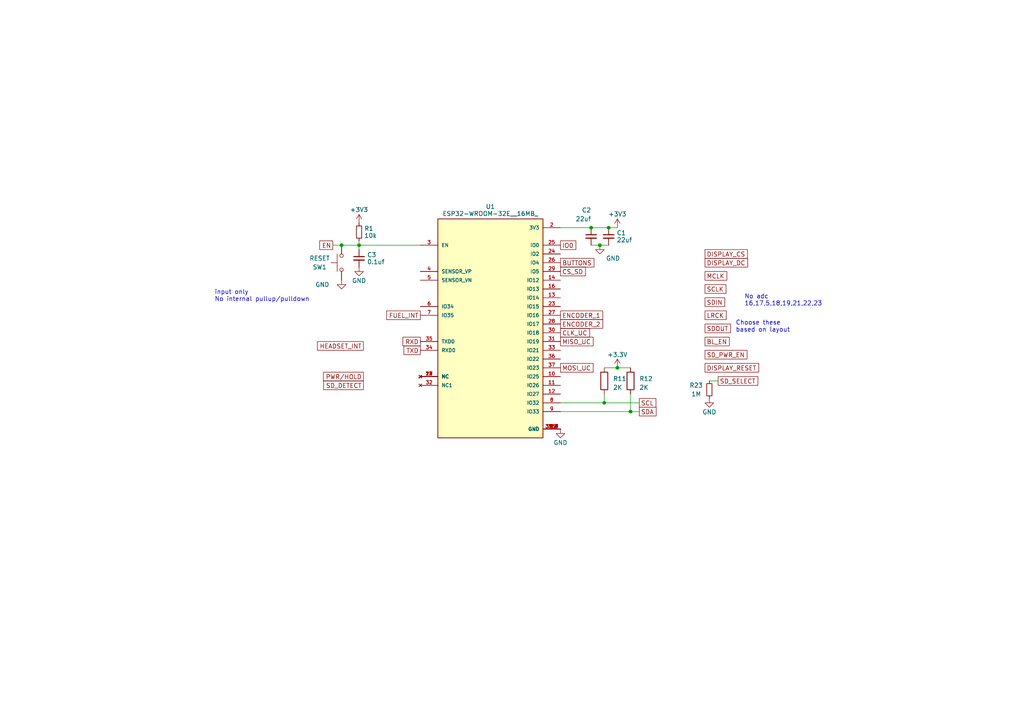
<source format=kicad_sch>
(kicad_sch (version 20230121) (generator eeschema)
  (paper "A4")
  (lib_symbols
    (symbol "Device:C_Small" (pin_numbers hide) (pin_names (offset 0.254) hide)
      (property "Reference" "C" (at 0.254 1.778 0))
      (property "Value" "C_Small" (at 0.254 -2.032 0))
      (symbol "C_Small_0_1"
        (polyline (pts (xy -1.524 -0.508) (xy 1.524 -0.508)) (stroke (width 0.3302)))
        (polyline (pts (xy -1.524 0.508) (xy 1.524 0.508)) (stroke (width 0.3048)))
      )
      (symbol "C_Small_1_1"
        (pin passive line (at 0 2.54 270) (length 2.032) (name "~") (number "1"))
        (pin passive line (at 0 -2.54 90) (length 2.032) (name "~") (number "2"))
      )
    )
    (symbol "Device:R" (pin_numbers hide) (pin_names (offset 0))
      (property "Reference" "R" (at 2.032 0 90))
      (property "Value" "R" (at 0 0 90))
      (symbol "R_0_1"
        (rectangle (start -1.016 -2.54) (end 1.016 2.54) (stroke (width 0.254)))
      )
      (symbol "R_1_1"
        (pin passive line (at 0 3.81 270) (length 1.27) (name "~") (number "1"))
        (pin passive line (at 0 -3.81 90) (length 1.27) (name "~") (number "2"))
      )
    )
    (symbol "Device:R_Small" (pin_numbers hide) (pin_names (offset 0.254) hide)
      (property "Reference" "R" (at 0.762 0.508 0))
      (property "Value" "R_Small" (at 0.762 -1.016 0))
      (symbol "R_Small_0_1"
        (rectangle (start -0.762 1.778) (end 0.762 -1.778) (stroke (width 0.2032)))
      )
      (symbol "R_Small_1_1"
        (pin passive line (at 0 2.54 270) (length 0.762) (name "~") (number "1"))
        (pin passive line (at 0 -2.54 90) (length 0.762) (name "~") (number "2"))
      )
    )
    (symbol "ESP32-WROOM-32E:ESP32-WROOM-32E__16MB_" (pin_names (offset 1.016))
      (property "Reference" "U" (at -15.24 33.909 0))
      (property "Value" "ESP32-WROOM-32E__16MB_" (at -15.24 -33.02 0))
      (symbol "ESP32-WROOM-32E__16MB__0_0"
        (rectangle (start -15.24 -30.48) (end 15.24 33.02) (stroke (width 0.254)) (fill (type background)))
        (pin power_in line (at 20.32 -27.94 180) (length 5.08) (name "GND") (number "1"))
        (pin bidirectional line (at 20.32 -12.7 180) (length 5.08) (name "IO25") (number "10"))
        (pin bidirectional line (at 20.32 -15.24 180) (length 5.08) (name "IO26") (number "11"))
        (pin bidirectional line (at 20.32 -17.78 180) (length 5.08) (name "IO27") (number "12"))
        (pin bidirectional line (at 20.32 10.16 180) (length 5.08) (name "IO14") (number "13"))
        (pin bidirectional line (at 20.32 15.24 180) (length 5.08) (name "IO12") (number "14"))
        (pin power_in line (at 20.32 -27.94 180) (length 5.08) (name "GND") (number "15"))
        (pin bidirectional line (at 20.32 12.7 180) (length 5.08) (name "IO13") (number "16"))
        (pin no_connect line (at -20.32 -12.7 0) (length 5.08) (name "NC") (number "17"))
        (pin no_connect line (at -20.32 -12.7 0) (length 5.08) (name "NC") (number "18"))
        (pin no_connect line (at -20.32 -12.7 0) (length 5.08) (name "NC") (number "19"))
        (pin power_in line (at 20.32 30.48 180) (length 5.08) (name "3V3") (number "2"))
        (pin no_connect line (at -20.32 -12.7 0) (length 5.08) (name "NC") (number "20"))
        (pin no_connect line (at -20.32 -12.7 0) (length 5.08) (name "NC") (number "21"))
        (pin no_connect line (at -20.32 -12.7 0) (length 5.08) (name "NC") (number "22"))
        (pin bidirectional line (at 20.32 7.62 180) (length 5.08) (name "IO15") (number "23"))
        (pin bidirectional line (at 20.32 22.86 180) (length 5.08) (name "IO2") (number "24"))
        (pin bidirectional line (at 20.32 25.4 180) (length 5.08) (name "IO0") (number "25"))
        (pin bidirectional line (at 20.32 20.32 180) (length 5.08) (name "IO4") (number "26"))
        (pin bidirectional line (at 20.32 5.08 180) (length 5.08) (name "IO16") (number "27"))
        (pin bidirectional line (at 20.32 2.54 180) (length 5.08) (name "IO17") (number "28"))
        (pin bidirectional line (at 20.32 17.78 180) (length 5.08) (name "IO5") (number "29"))
        (pin input line (at -20.32 25.4 0) (length 5.08) (name "EN") (number "3"))
        (pin bidirectional line (at 20.32 0 180) (length 5.08) (name "IO18") (number "30"))
        (pin bidirectional line (at 20.32 -2.54 180) (length 5.08) (name "IO19") (number "31"))
        (pin no_connect line (at -20.32 -15.24 0) (length 5.08) (name "NC1") (number "32"))
        (pin bidirectional line (at 20.32 -5.08 180) (length 5.08) (name "IO21") (number "33"))
        (pin bidirectional line (at -20.32 -5.08 0) (length 5.08) (name "RXD0") (number "34"))
        (pin bidirectional line (at -20.32 -2.54 0) (length 5.08) (name "TXD0") (number "35"))
        (pin bidirectional line (at 20.32 -7.62 180) (length 5.08) (name "IO22") (number "36"))
        (pin bidirectional line (at 20.32 -10.16 180) (length 5.08) (name "IO23") (number "37"))
        (pin power_in line (at 20.32 -27.94 180) (length 5.08) (name "GND") (number "38"))
        (pin power_in line (at 20.32 -27.94 180) (length 5.08) (name "GND") (number "39_1"))
        (pin power_in line (at 20.32 -27.94 180) (length 5.08) (name "GND") (number "39_2"))
        (pin power_in line (at 20.32 -27.94 180) (length 5.08) (name "GND") (number "39_3"))
        (pin power_in line (at 20.32 -27.94 180) (length 5.08) (name "GND") (number "39_4"))
        (pin power_in line (at 20.32 -27.94 180) (length 5.08) (name "GND") (number "39_5"))
        (pin power_in line (at 20.32 -27.94 180) (length 5.08) (name "GND") (number "39_6"))
        (pin power_in line (at 20.32 -27.94 180) (length 5.08) (name "GND") (number "39_7"))
        (pin power_in line (at 20.32 -27.94 180) (length 5.08) (name "GND") (number "39_8"))
        (pin power_in line (at 20.32 -27.94 180) (length 5.08) (name "GND") (number "39_9"))
        (pin input line (at -20.32 17.78 0) (length 5.08) (name "SENSOR_VP") (number "4"))
        (pin input line (at -20.32 15.24 0) (length 5.08) (name "SENSOR_VN") (number "5"))
        (pin input line (at -20.32 7.62 0) (length 5.08) (name "IO34") (number "6"))
        (pin input line (at -20.32 5.08 0) (length 5.08) (name "IO35") (number "7"))
        (pin bidirectional line (at 20.32 -20.32 180) (length 5.08) (name "IO32") (number "8"))
        (pin bidirectional line (at 20.32 -22.86 180) (length 5.08) (name "IO33") (number "9"))
      )
    )
    (symbol "Switch:SW_Push" (pin_numbers hide) (pin_names (offset 1.016) hide)
      (property "Reference" "SW" (at 1.27 2.54 0))
      (property "Value" "SW_Push" (at 0 -1.524 0))
      (symbol "SW_Push_0_1"
        (circle (center -2.032 0) (radius 0.508))
        (polyline (pts (xy 0 1.27) (xy 0 3.048)))
        (polyline (pts (xy 2.54 1.27) (xy -2.54 1.27)))
        (circle (center 2.032 0) (radius 0.508))
        (pin passive line (at -5.08 0 0) (length 2.54) (name "1") (number "1"))
        (pin passive line (at 5.08 0 180) (length 2.54) (name "2") (number "2"))
      )
    )
    (symbol "power:+3.3V" (power) (pin_names (offset 0))
      (property "Value" "+3.3V" (at 0 3.556 0))
      (symbol "+3.3V_0_1"
        (polyline (pts (xy -0.762 1.27) (xy 0 2.54)))
        (polyline (pts (xy 0 0) (xy 0 2.54)))
        (polyline (pts (xy 0 2.54) (xy 0.762 1.27)))
      )
      (symbol "+3.3V_1_1"
        (pin power_in line (at 0 0 90) (length 0) hide (name "+3.3V") (number "1"))
      )
    )
    (symbol "power:+3V3" (power) (pin_names (offset 0))
      (property "Value" "+3V3" (at 0 3.556 0))
      (symbol "+3V3_0_1"
        (polyline (pts (xy -0.762 1.27) (xy 0 2.54)))
        (polyline (pts (xy 0 0) (xy 0 2.54)))
        (polyline (pts (xy 0 2.54) (xy 0.762 1.27)))
      )
      (symbol "+3V3_1_1"
        (pin power_in line (at 0 0 90) (length 0) hide (name "+3V3") (number "1"))
      )
    )
    (symbol "power:GND" (power) (pin_names (offset 0))
      (property "Value" "GND" (at 0 -3.81 0))
      (symbol "GND_0_1"
        (polyline (pts (xy 0 0) (xy 0 -1.27) (xy 1.27 -1.27) (xy 0 -2.54) (xy -1.27 -1.27) (xy 0 -1.27)))
      )
      (symbol "GND_1_1"
        (pin power_in line (at 0 0 270) (length 0) hide (name "GND") (number "1"))
      )
    )
  )
  (junction (at 171.45 66.04))
  (junction (at 175.26 116.84))
  (junction (at 173.99 71.12))
  (junction (at 104.14 71.12))
  (junction (at 179.07 106.68))
  (junction (at 176.53 66.04))
  (junction (at 99.06 71.12))
  (junction (at 182.88 119.38))
  (wire (pts (xy 162.56 66.04) (xy 171.45 66.04)))
  (wire (pts (xy 99.06 71.12) (xy 104.14 71.12)))
  (wire (pts (xy 104.14 71.12) (xy 104.14 72.39)))
  (wire (pts (xy 173.99 71.12) (xy 176.53 71.12)))
  (wire (pts (xy 205.74 110.49) (xy 208.28 110.49)))
  (wire (pts (xy 182.88 119.38) (xy 185.42 119.38)))
  (wire (pts (xy 96.52 71.12) (xy 99.06 71.12)))
  (wire (pts (xy 182.88 114.3) (xy 182.88 119.38)))
  (wire (pts (xy 104.14 69.85) (xy 104.14 71.12)))
  (wire (pts (xy 162.56 119.38) (xy 182.88 119.38)))
  (wire (pts (xy 176.53 66.04) (xy 179.07 66.04)))
  (wire (pts (xy 175.26 114.3) (xy 175.26 116.84)))
  (wire (pts (xy 162.56 116.84) (xy 175.26 116.84)))
  (wire (pts (xy 171.45 71.12) (xy 173.99 71.12)))
  (wire (pts (xy 171.45 66.04) (xy 176.53 66.04)))
  (wire (pts (xy 175.26 106.68) (xy 179.07 106.68)))
  (wire (pts (xy 175.26 116.84) (xy 185.42 116.84)))
  (wire (pts (xy 104.14 71.12) (xy 121.92 71.12)))
  (wire (pts (xy 179.07 106.68) (xy 182.88 106.68)))
  (text "Choose these\nbased on layout" (at 213.36 96.52 0) (effects (font (size 1.27 1.27)) (justify left bottom)))
  (text "No adc\n16,17,5,18,19,21,22,23\n" (at 215.9 88.9 0) (effects (font (size 1.27 1.27)) (justify left bottom)))
  (text "input only\nNo internal pullup/pulldown\n" (at 62.23 87.63 0) (effects (font (size 1.27 1.27)) (justify left bottom)))
  (global_label "TXD" (shape passive) (at 121.92 101.6 180) (property "Intersheetrefs" "${INTERSHEET_REFS}" (effects hide)))
  (global_label "PWR{slash}HOLD" (shape passive) (at 105.41 109.22 180) (property "Intersheetrefs" "${INTERSHEET_REFS}" (effects hide)))
  (global_label "EN" (shape passive) (at 96.52 71.12 180) (property "Intersheetrefs" "${INTERSHEET_REFS}" (effects hide)))
  (global_label "DISPLAY_CS" (shape passive) (at 204.47 73.66 0) (property "Intersheetrefs" "${INTERSHEET_REFS}" (effects hide)))
  (global_label "FUEL_INT" (shape passive) (at 121.92 91.44 180) (property "Intersheetrefs" "${INTERSHEET_REFS}" (effects hide)))
  (global_label "SD_DETECT" (shape passive) (at 105.41 111.76 180) (property "Intersheetrefs" "${INTERSHEET_REFS}" (effects hide)))
  (global_label "CS_SD" (shape passive) (at 162.56 78.74 0) (property "Intersheetrefs" "${INTERSHEET_REFS}" (effects hide)))
  (global_label "BL_EN" (shape passive) (at 204.47 99.06 0) (property "Intersheetrefs" "${INTERSHEET_REFS}" (effects hide)))
  (global_label "ENCODER_1" (shape passive) (at 162.56 91.44 0) (property "Intersheetrefs" "${INTERSHEET_REFS}" (effects hide)))
  (global_label "SDIN" (shape passive) (at 204.47 87.63 0) (property "Intersheetrefs" "${INTERSHEET_REFS}" (effects hide)))
  (global_label "DISPLAY_RESET" (shape passive) (at 204.47 106.68 0) (property "Intersheetrefs" "${INTERSHEET_REFS}" (effects hide)))
  (global_label "SD_SELECT" (shape passive) (at 208.28 110.49 0) (property "Intersheetrefs" "${INTERSHEET_REFS}" (effects hide)))
  (global_label "IO0" (shape passive) (at 162.56 71.12 0) (property "Intersheetrefs" "${INTERSHEET_REFS}" (effects hide)))
  (global_label "LRCK" (shape passive) (at 204.47 91.44 0) (property "Intersheetrefs" "${INTERSHEET_REFS}" (effects hide)))
  (global_label "CLK_UC" (shape passive) (at 162.56 96.52 0) (property "Intersheetrefs" "${INTERSHEET_REFS}" (effects hide)))
  (global_label "BUTTONS" (shape passive) (at 162.56 76.2 0) (property "Intersheetrefs" "${INTERSHEET_REFS}" (effects hide)))
  (global_label "SDA" (shape passive) (at 185.42 119.38 0) (property "Intersheetrefs" "${INTERSHEET_REFS}" (effects hide)))
  (global_label "SCL" (shape passive) (at 185.42 116.84 0) (property "Intersheetrefs" "${INTERSHEET_REFS}" (effects hide)))
  (global_label "MISO_UC" (shape passive) (at 162.56 99.06 0) (property "Intersheetrefs" "${INTERSHEET_REFS}" (effects hide)))
  (global_label "SCLK" (shape passive) (at 204.47 83.82 0) (property "Intersheetrefs" "${INTERSHEET_REFS}" (effects hide)))
  (global_label "MOSI_UC" (shape passive) (at 162.56 106.68 0) (property "Intersheetrefs" "${INTERSHEET_REFS}" (effects hide)))
  (global_label "HEADSET_INT" (shape passive) (at 105.41 100.33 180) (property "Intersheetrefs" "${INTERSHEET_REFS}" (effects hide)))
  (global_label "SD_PWR_EN" (shape passive) (at 204.47 102.87 0) (property "Intersheetrefs" "${INTERSHEET_REFS}" (effects hide)))
  (global_label "DISPLAY_DC" (shape passive) (at 204.47 76.2 0) (property "Intersheetrefs" "${INTERSHEET_REFS}" (effects hide)))
  (global_label "MCLK" (shape passive) (at 204.47 80.01 0) (property "Intersheetrefs" "${INTERSHEET_REFS}" (effects hide)))
  (global_label "RXD" (shape passive) (at 121.92 99.06 180) (property "Intersheetrefs" "${INTERSHEET_REFS}" (effects hide)))
  (global_label "ENCODER_2" (shape passive) (at 162.56 93.98 0) (property "Intersheetrefs" "${INTERSHEET_REFS}" (effects hide)))
  (global_label "SDOUT" (shape passive) (at 204.47 95.25 0) (property "Intersheetrefs" "${INTERSHEET_REFS}" (effects hide)))
  (symbol (lib_id "Switch:SW_Push") (at 99.06 76.2 90) (unit 1)
    (property "Reference" "SW1" (at 92.71 77.47 90))
    (property "Value" "RESET" (at 92.71 74.93 90))
    (property "Footprint" "Music:TS3315A" (effects hide))
  )
  (symbol (lib_id "power:GND") (at 173.99 71.12 0) (unit 1)
    (property "Reference" "#PWR03" (effects hide))
    (property "Value" "GND" (at 177.8 74.93 0))
  )
  (symbol (lib_id "Device:R") (at 175.26 110.49 0) (unit 1)
    (property "Reference" "R11" (at 177.8 109.855 0) (effects (justify left)))
    (property "Value" "2K" (at 177.8 112.395 0) (effects (justify left)))
    (property "Footprint" "Resistor_SMD:R_0402_1005Metric" (effects hide))
    (instances (project "Music_32_V2" (path "" (reference "R11") (unit 1))) (project "Audio test board" (path "" (reference "R?") (unit 1))) (project "Music32v3" (path "" (reference "R21") (unit 1)) (path "" (reference "R21") (unit 1)) (path "" (reference "R21") (unit 1))) (project "Ipod" (path "" (reference "R?") (unit 1)) (path "" (reference "R9") (unit 1))))
  )
  (symbol (lib_id "power:GND") (at 99.06 81.28 0) (unit 1)
    (property "Reference" "#PWR06" (effects hide))
    (property "Value" "GND" (at 91.44 82.55 0) (effects (justify left)))
  )
  (symbol (lib_id "Device:R_Small") (at 205.74 113.03 0) (mirror x) (unit 1)
    (property "Reference" "R23" (at 201.93 111.76 0))
    (property "Value" "1M" (at 201.93 114.3 0))
    (property "Footprint" "Resistor_SMD:R_0402_1005Metric" (effects hide))
    (property "MPN_LCSC" "1" (effects hide))
    (property "Price_LCSC" "0.0005" (effects hide))
    (instances (project "Power" (path "" (reference "R23") (unit 1))) (project "Music_32_V2" (path "" (reference "R23") (unit 1)) (path "" (reference "R31") (unit 1))) (project "Music32v3" (path "" (reference "R13") (unit 1)) (path "" (reference "R13") (unit 1)) (path "" (reference "R14") (unit 1)) (path "" (reference "R15") (unit 1))) (project "Phone" (path "" (reference "R?") (unit 1))) (project "Ipod" (path "" (reference "R?") (unit 1)) (path "" (reference "R22") (unit 1))) (project "power" (path "" (reference "R?") (unit 1))) (project "Power" (path "" (reference "R?") (unit 1))))
  )
  (symbol (lib_id "power:+3V3") (at 104.14 64.77 0) (unit 1)
    (property "Reference" "#PWR011" (effects hide))
    (property "Value" "+3V3" (at 104.14 60.825 0))
    (instances (project "Music32v3" (path "" (reference "#PWR011") (unit 1)) (path "" (reference "#PWR04") (unit 1))))
  )
  (symbol (lib_id "power:GND") (at 162.56 124.46 0) (unit 1)
    (property "Reference" "#PWR01" (effects hide))
    (property "Value" "GND" (at 162.56 128.405 0))
  )
  (symbol (lib_id "power:GND") (at 104.14 77.47 0) (unit 1)
    (property "Reference" "#PWR05" (effects hide))
    (property "Value" "GND" (at 104.14 81.415 0))
  )
  (symbol (lib_id "power:GND") (at 205.74 115.57 0) (mirror y) (unit 1)
    (property "Reference" "#PWR076" (effects hide))
    (property "Value" "GND" (at 205.74 119.515 0))
  )
  (symbol (lib_id "Device:C_Small") (at 104.14 74.93 0) (unit 1)
    (property "Reference" "C3" (at 106.4641 73.9123 0) (effects (justify left)))
    (property "Value" "0.1uf" (at 106.4641 75.9603 0) (effects (justify left)))
    (property "Footprint" "Capacitor_SMD:C_0402_1005Metric" (effects hide))
  )
  (symbol (lib_id "Device:R_Small") (at 104.14 67.31 0) (unit 1)
    (property "Reference" "R1" (at 105.6386 66.286 0) (effects (justify left)))
    (property "Value" "10k" (at 105.6386 68.334 0) (effects (justify left)))
    (property "Footprint" "Resistor_SMD:R_0402_1005Metric" (effects hide))
  )
  (symbol (lib_id "power:+3.3V") (at 179.07 106.68 0) (unit 1)
    (property "Reference" "#PWR027" (effects hide))
    (property "Value" "+3.3V" (at 179.07 102.87 0))
    (instances (project "Music_32_V2" (path "" (reference "#PWR027") (unit 1))) (project "Audio test board" (path "" (reference "#PWR?") (unit 1))) (project "Music32v3" (path "" (reference "#PWR085") (unit 1)) (path "" (reference "#PWR078") (unit 1)) (path "" (reference "#PWR078") (unit 1))) (project "Ipod" (path "" (reference "#PWR?") (unit 1)) (path "" (reference "#PWR021") (unit 1))))
  )
  (symbol (lib_id "Device:C_Small") (at 176.53 68.58 0) (unit 1)
    (property "Reference" "C1" (at 178.8541 67.5623 0) (effects (justify left)))
    (property "Value" "22uf" (at 178.8541 69.6103 0) (effects (justify left)))
    (property "Footprint" "Capacitor_SMD:C_0805_2012Metric" (effects hide))
  )
  (symbol (lib_id "Device:R") (at 182.88 110.49 0) (unit 1)
    (property "Reference" "R12" (at 185.42 109.855 0) (effects (justify left)))
    (property "Value" "2K" (at 185.42 112.395 0) (effects (justify left)))
    (property "Footprint" "Resistor_SMD:R_0402_1005Metric" (effects hide))
    (instances (project "Music_32_V2" (path "" (reference "R12") (unit 1))) (project "Audio test board" (path "" (reference "R?") (unit 1))) (project "Music32v3" (path "" (reference "R22") (unit 1)) (path "" (reference "R22") (unit 1)) (path "" (reference "R22") (unit 1))) (project "Ipod" (path "" (reference "R?") (unit 1)) (path "" (reference "R10") (unit 1))))
  )
  (symbol (lib_id "Device:C_Small") (at 171.45 68.58 0) (mirror y) (unit 1)
    (property "Reference" "C2" (at 171.45 60.96 0) (effects (justify left)))
    (property "Value" "22uf" (at 171.45 63.5 0) (effects (justify left)))
    (property "Footprint" "Capacitor_SMD:C_0805_2012Metric" (effects hide))
  )
  (symbol (lib_id "power:+3V3") (at 179.07 66.04 0) (unit 1)
    (property "Reference" "#PWR011" (effects hide))
    (property "Value" "+3V3" (at 179.07 62.095 0))
    (instances (project "Music32v3" (path "" (reference "#PWR011") (unit 1)) (path "" (reference "#PWR02") (unit 1))))
  )
  (symbol (lib_id "ESP32-WROOM-32E:ESP32-WROOM-32E__16MB_") (at 142.24 96.52 0) (unit 1)
    (property "Reference" "U1" (at 142.24 59.92 0))
    (property "Value" "ESP32-WROOM-32E__16MB_" (at 142.24 61.968 0))
    (property "Footprint" "Music:ESP32-WROOM-32E" (effects hide))
    (property "MF" "Espressif Systems" (effects hide))
    (property "MAXIMUM_PACKAGE_HEIGHT" "3.25mm" (effects hide))
    (property "Package" "SMD-44 Espressif Systems" (effects hide))
    (property "Price" "None" (effects hide))
    (property "Check_prices" "https://www.snapeda.com/parts/ESP32-WROOM-32E%20(16MB)/Espressif+Systems/view-part/?ref=eda" (effects hide))
    (property "STANDARD" "Manufacturer Recommendations" (effects hide))
    (property "PARTREV" "1.4" (effects hide))
    (property "SnapEDA_Link" "https://www.snapeda.com/parts/ESP32-WROOM-32E%20(16MB)/Espressif+Systems/view-part/?ref=snap" (effects hide))
    (property "MP" "ESP32-WROOM-32E (16MB)" (effects hide))
    (property "Description" "\nBluetooth, WiFi 802.11b/g/n, Bluetooth v4.2 +EDR, Class 1, 2 and 3 Transceiver Module 2.4GHz ~ 2.5GHz Integrated, Trace Surface Mount\n" (effects hide))
    (property "Availability" "Not in stock" (effects hide))
    (property "MANUFACTURER" "Espressif Systems" (effects hide))
  )
)
</source>
